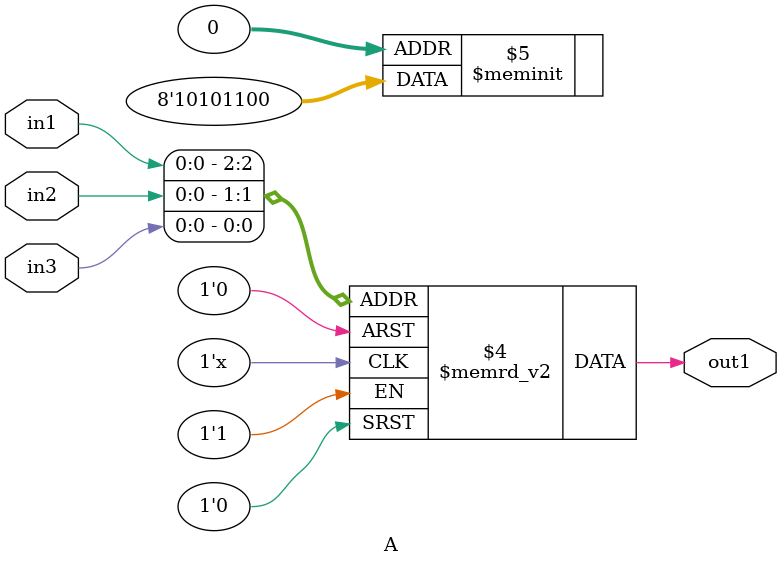
<source format=v>
module A(output out1,  input in1, in2, in3);
  reg r_out;
  assign out = r_out;
  always@(in1,in2,in3)
    begin
      case({in1,in2,in3})
        3'b000: {out1} = 1'b0;
        3'b001: {out1} = 1'b0;
        3'b010: {out1} = 1'b1;
        3'b011: {out1} = 1'b1;
        3'b100: {out1} = 1'b0;
        3'b101: {out1} = 1'b1;
        3'b110: {out1} = 1'b0;
        3'b111: {out1} = 1'b1;
      endcase
    end
endmodule

</source>
